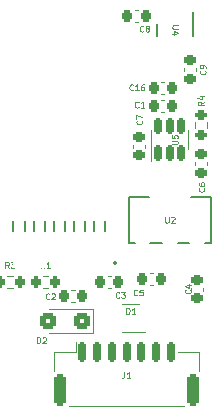
<source format=gto>
G04 #@! TF.GenerationSoftware,KiCad,Pcbnew,7.0.10*
G04 #@! TF.CreationDate,2024-08-16T14:30:36-05:00*
G04 #@! TF.ProjectId,DiffPCB,44696666-5043-4422-9e6b-696361645f70,rev?*
G04 #@! TF.SameCoordinates,Original*
G04 #@! TF.FileFunction,Legend,Top*
G04 #@! TF.FilePolarity,Positive*
%FSLAX46Y46*%
G04 Gerber Fmt 4.6, Leading zero omitted, Abs format (unit mm)*
G04 Created by KiCad (PCBNEW 7.0.10) date 2024-08-16 14:30:36*
%MOMM*%
%LPD*%
G01*
G04 APERTURE LIST*
G04 Aperture macros list*
%AMRoundRect*
0 Rectangle with rounded corners*
0 $1 Rounding radius*
0 $2 $3 $4 $5 $6 $7 $8 $9 X,Y pos of 4 corners*
0 Add a 4 corners polygon primitive as box body*
4,1,4,$2,$3,$4,$5,$6,$7,$8,$9,$2,$3,0*
0 Add four circle primitives for the rounded corners*
1,1,$1+$1,$2,$3*
1,1,$1+$1,$4,$5*
1,1,$1+$1,$6,$7*
1,1,$1+$1,$8,$9*
0 Add four rect primitives between the rounded corners*
20,1,$1+$1,$2,$3,$4,$5,0*
20,1,$1+$1,$4,$5,$6,$7,0*
20,1,$1+$1,$6,$7,$8,$9,0*
20,1,$1+$1,$8,$9,$2,$3,0*%
G04 Aperture macros list end*
%ADD10C,0.040000*%
%ADD11C,0.200000*%
%ADD12C,0.120000*%
%ADD13C,0.152400*%
%ADD14R,0.549999X0.800001*%
%ADD15RoundRect,0.225000X0.225000X0.250000X-0.225000X0.250000X-0.225000X-0.250000X0.225000X-0.250000X0*%
%ADD16RoundRect,0.225000X-0.225000X-0.250000X0.225000X-0.250000X0.225000X0.250000X-0.225000X0.250000X0*%
%ADD17RoundRect,0.150000X-0.150000X-0.700000X0.150000X-0.700000X0.150000X0.700000X-0.150000X0.700000X0*%
%ADD18RoundRect,0.250000X-0.250000X-1.100000X0.250000X-1.100000X0.250000X1.100000X-0.250000X1.100000X0*%
%ADD19RoundRect,0.225000X0.250000X-0.225000X0.250000X0.225000X-0.250000X0.225000X-0.250000X-0.225000X0*%
%ADD20RoundRect,0.200000X-0.200000X-0.275000X0.200000X-0.275000X0.200000X0.275000X-0.200000X0.275000X0*%
%ADD21RoundRect,0.250000X0.400000X0.450000X-0.400000X0.450000X-0.400000X-0.450000X0.400000X-0.450000X0*%
%ADD22RoundRect,0.225000X-0.250000X0.225000X-0.250000X-0.225000X0.250000X-0.225000X0.250000X0.225000X0*%
%ADD23R,1.016000X2.692400*%
%ADD24R,10.414000X10.464800*%
%ADD25RoundRect,0.150000X0.150000X-0.512500X0.150000X0.512500X-0.150000X0.512500X-0.150000X-0.512500X0*%
%ADD26R,0.650000X0.400000*%
%ADD27RoundRect,0.200000X-0.275000X0.200000X-0.275000X-0.200000X0.275000X-0.200000X0.275000X0.200000X0*%
%ADD28R,0.889000X1.765300*%
%ADD29R,3.149600X1.765300*%
G04 APERTURE END LIST*
D10*
X153875768Y-64804048D02*
X153471006Y-64804048D01*
X153471006Y-64804048D02*
X153423387Y-64827858D01*
X153423387Y-64827858D02*
X153399578Y-64851667D01*
X153399578Y-64851667D02*
X153375768Y-64899286D01*
X153375768Y-64899286D02*
X153375768Y-64994524D01*
X153375768Y-64994524D02*
X153399578Y-65042143D01*
X153399578Y-65042143D02*
X153423387Y-65065953D01*
X153423387Y-65065953D02*
X153471006Y-65089762D01*
X153471006Y-65089762D02*
X153875768Y-65089762D01*
X153709101Y-65542144D02*
X153375768Y-65542144D01*
X153899578Y-65423096D02*
X153542435Y-65304049D01*
X153542435Y-65304049D02*
X153542435Y-65613572D01*
X150526666Y-71701610D02*
X150502857Y-71725420D01*
X150502857Y-71725420D02*
X150431428Y-71749229D01*
X150431428Y-71749229D02*
X150383809Y-71749229D01*
X150383809Y-71749229D02*
X150312381Y-71725420D01*
X150312381Y-71725420D02*
X150264762Y-71677800D01*
X150264762Y-71677800D02*
X150240952Y-71630181D01*
X150240952Y-71630181D02*
X150217143Y-71534943D01*
X150217143Y-71534943D02*
X150217143Y-71463515D01*
X150217143Y-71463515D02*
X150240952Y-71368277D01*
X150240952Y-71368277D02*
X150264762Y-71320658D01*
X150264762Y-71320658D02*
X150312381Y-71273039D01*
X150312381Y-71273039D02*
X150383809Y-71249229D01*
X150383809Y-71249229D02*
X150431428Y-71249229D01*
X150431428Y-71249229D02*
X150502857Y-71273039D01*
X150502857Y-71273039D02*
X150526666Y-71296848D01*
X151002857Y-71749229D02*
X150717143Y-71749229D01*
X150860000Y-71749229D02*
X150860000Y-71249229D01*
X150860000Y-71249229D02*
X150812381Y-71320658D01*
X150812381Y-71320658D02*
X150764762Y-71368277D01*
X150764762Y-71368277D02*
X150717143Y-71392086D01*
X150406666Y-87611610D02*
X150382857Y-87635420D01*
X150382857Y-87635420D02*
X150311428Y-87659229D01*
X150311428Y-87659229D02*
X150263809Y-87659229D01*
X150263809Y-87659229D02*
X150192381Y-87635420D01*
X150192381Y-87635420D02*
X150144762Y-87587800D01*
X150144762Y-87587800D02*
X150120952Y-87540181D01*
X150120952Y-87540181D02*
X150097143Y-87444943D01*
X150097143Y-87444943D02*
X150097143Y-87373515D01*
X150097143Y-87373515D02*
X150120952Y-87278277D01*
X150120952Y-87278277D02*
X150144762Y-87230658D01*
X150144762Y-87230658D02*
X150192381Y-87183039D01*
X150192381Y-87183039D02*
X150263809Y-87159229D01*
X150263809Y-87159229D02*
X150311428Y-87159229D01*
X150311428Y-87159229D02*
X150382857Y-87183039D01*
X150382857Y-87183039D02*
X150406666Y-87206848D01*
X150859047Y-87159229D02*
X150620952Y-87159229D01*
X150620952Y-87159229D02*
X150597143Y-87397324D01*
X150597143Y-87397324D02*
X150620952Y-87373515D01*
X150620952Y-87373515D02*
X150668571Y-87349705D01*
X150668571Y-87349705D02*
X150787619Y-87349705D01*
X150787619Y-87349705D02*
X150835238Y-87373515D01*
X150835238Y-87373515D02*
X150859047Y-87397324D01*
X150859047Y-87397324D02*
X150882857Y-87444943D01*
X150882857Y-87444943D02*
X150882857Y-87563991D01*
X150882857Y-87563991D02*
X150859047Y-87611610D01*
X150859047Y-87611610D02*
X150835238Y-87635420D01*
X150835238Y-87635420D02*
X150787619Y-87659229D01*
X150787619Y-87659229D02*
X150668571Y-87659229D01*
X150668571Y-87659229D02*
X150620952Y-87635420D01*
X150620952Y-87635420D02*
X150597143Y-87611610D01*
X150921665Y-65281610D02*
X150897856Y-65305420D01*
X150897856Y-65305420D02*
X150826427Y-65329229D01*
X150826427Y-65329229D02*
X150778808Y-65329229D01*
X150778808Y-65329229D02*
X150707380Y-65305420D01*
X150707380Y-65305420D02*
X150659761Y-65257800D01*
X150659761Y-65257800D02*
X150635951Y-65210181D01*
X150635951Y-65210181D02*
X150612142Y-65114943D01*
X150612142Y-65114943D02*
X150612142Y-65043515D01*
X150612142Y-65043515D02*
X150635951Y-64948277D01*
X150635951Y-64948277D02*
X150659761Y-64900658D01*
X150659761Y-64900658D02*
X150707380Y-64853039D01*
X150707380Y-64853039D02*
X150778808Y-64829229D01*
X150778808Y-64829229D02*
X150826427Y-64829229D01*
X150826427Y-64829229D02*
X150897856Y-64853039D01*
X150897856Y-64853039D02*
X150921665Y-64876848D01*
X151207380Y-65043515D02*
X151159761Y-65019705D01*
X151159761Y-65019705D02*
X151135951Y-64995896D01*
X151135951Y-64995896D02*
X151112142Y-64948277D01*
X151112142Y-64948277D02*
X151112142Y-64924467D01*
X151112142Y-64924467D02*
X151135951Y-64876848D01*
X151135951Y-64876848D02*
X151159761Y-64853039D01*
X151159761Y-64853039D02*
X151207380Y-64829229D01*
X151207380Y-64829229D02*
X151302618Y-64829229D01*
X151302618Y-64829229D02*
X151350237Y-64853039D01*
X151350237Y-64853039D02*
X151374046Y-64876848D01*
X151374046Y-64876848D02*
X151397856Y-64924467D01*
X151397856Y-64924467D02*
X151397856Y-64948277D01*
X151397856Y-64948277D02*
X151374046Y-64995896D01*
X151374046Y-64995896D02*
X151350237Y-65019705D01*
X151350237Y-65019705D02*
X151302618Y-65043515D01*
X151302618Y-65043515D02*
X151207380Y-65043515D01*
X151207380Y-65043515D02*
X151159761Y-65067324D01*
X151159761Y-65067324D02*
X151135951Y-65091134D01*
X151135951Y-65091134D02*
X151112142Y-65138753D01*
X151112142Y-65138753D02*
X151112142Y-65233991D01*
X151112142Y-65233991D02*
X151135951Y-65281610D01*
X151135951Y-65281610D02*
X151159761Y-65305420D01*
X151159761Y-65305420D02*
X151207380Y-65329229D01*
X151207380Y-65329229D02*
X151302618Y-65329229D01*
X151302618Y-65329229D02*
X151350237Y-65305420D01*
X151350237Y-65305420D02*
X151374046Y-65281610D01*
X151374046Y-65281610D02*
X151397856Y-65233991D01*
X151397856Y-65233991D02*
X151397856Y-65138753D01*
X151397856Y-65138753D02*
X151374046Y-65091134D01*
X151374046Y-65091134D02*
X151350237Y-65067324D01*
X151350237Y-65067324D02*
X151302618Y-65043515D01*
X142966666Y-87941610D02*
X142942857Y-87965420D01*
X142942857Y-87965420D02*
X142871428Y-87989229D01*
X142871428Y-87989229D02*
X142823809Y-87989229D01*
X142823809Y-87989229D02*
X142752381Y-87965420D01*
X142752381Y-87965420D02*
X142704762Y-87917800D01*
X142704762Y-87917800D02*
X142680952Y-87870181D01*
X142680952Y-87870181D02*
X142657143Y-87774943D01*
X142657143Y-87774943D02*
X142657143Y-87703515D01*
X142657143Y-87703515D02*
X142680952Y-87608277D01*
X142680952Y-87608277D02*
X142704762Y-87560658D01*
X142704762Y-87560658D02*
X142752381Y-87513039D01*
X142752381Y-87513039D02*
X142823809Y-87489229D01*
X142823809Y-87489229D02*
X142871428Y-87489229D01*
X142871428Y-87489229D02*
X142942857Y-87513039D01*
X142942857Y-87513039D02*
X142966666Y-87536848D01*
X143157143Y-87536848D02*
X143180952Y-87513039D01*
X143180952Y-87513039D02*
X143228571Y-87489229D01*
X143228571Y-87489229D02*
X143347619Y-87489229D01*
X143347619Y-87489229D02*
X143395238Y-87513039D01*
X143395238Y-87513039D02*
X143419047Y-87536848D01*
X143419047Y-87536848D02*
X143442857Y-87584467D01*
X143442857Y-87584467D02*
X143442857Y-87632086D01*
X143442857Y-87632086D02*
X143419047Y-87703515D01*
X143419047Y-87703515D02*
X143133333Y-87989229D01*
X143133333Y-87989229D02*
X143442857Y-87989229D01*
X149318333Y-94149229D02*
X149318333Y-94506372D01*
X149318333Y-94506372D02*
X149294524Y-94577800D01*
X149294524Y-94577800D02*
X149246905Y-94625420D01*
X149246905Y-94625420D02*
X149175476Y-94649229D01*
X149175476Y-94649229D02*
X149127857Y-94649229D01*
X149818333Y-94649229D02*
X149532619Y-94649229D01*
X149675476Y-94649229D02*
X149675476Y-94149229D01*
X149675476Y-94149229D02*
X149627857Y-94220658D01*
X149627857Y-94220658D02*
X149580238Y-94268277D01*
X149580238Y-94268277D02*
X149532619Y-94292086D01*
X150786610Y-72873333D02*
X150810420Y-72897142D01*
X150810420Y-72897142D02*
X150834229Y-72968571D01*
X150834229Y-72968571D02*
X150834229Y-73016190D01*
X150834229Y-73016190D02*
X150810420Y-73087618D01*
X150810420Y-73087618D02*
X150762800Y-73135237D01*
X150762800Y-73135237D02*
X150715181Y-73159047D01*
X150715181Y-73159047D02*
X150619943Y-73182856D01*
X150619943Y-73182856D02*
X150548515Y-73182856D01*
X150548515Y-73182856D02*
X150453277Y-73159047D01*
X150453277Y-73159047D02*
X150405658Y-73135237D01*
X150405658Y-73135237D02*
X150358039Y-73087618D01*
X150358039Y-73087618D02*
X150334229Y-73016190D01*
X150334229Y-73016190D02*
X150334229Y-72968571D01*
X150334229Y-72968571D02*
X150358039Y-72897142D01*
X150358039Y-72897142D02*
X150381848Y-72873333D01*
X150334229Y-72706666D02*
X150334229Y-72373333D01*
X150334229Y-72373333D02*
X150834229Y-72587618D01*
X139536666Y-85339229D02*
X139370000Y-85101134D01*
X139250952Y-85339229D02*
X139250952Y-84839229D01*
X139250952Y-84839229D02*
X139441428Y-84839229D01*
X139441428Y-84839229D02*
X139489047Y-84863039D01*
X139489047Y-84863039D02*
X139512857Y-84886848D01*
X139512857Y-84886848D02*
X139536666Y-84934467D01*
X139536666Y-84934467D02*
X139536666Y-85005896D01*
X139536666Y-85005896D02*
X139512857Y-85053515D01*
X139512857Y-85053515D02*
X139489047Y-85077324D01*
X139489047Y-85077324D02*
X139441428Y-85101134D01*
X139441428Y-85101134D02*
X139250952Y-85101134D01*
X139703333Y-84839229D02*
X140012857Y-84839229D01*
X140012857Y-84839229D02*
X139846190Y-85029705D01*
X139846190Y-85029705D02*
X139917619Y-85029705D01*
X139917619Y-85029705D02*
X139965238Y-85053515D01*
X139965238Y-85053515D02*
X139989047Y-85077324D01*
X139989047Y-85077324D02*
X140012857Y-85124943D01*
X140012857Y-85124943D02*
X140012857Y-85243991D01*
X140012857Y-85243991D02*
X139989047Y-85291610D01*
X139989047Y-85291610D02*
X139965238Y-85315420D01*
X139965238Y-85315420D02*
X139917619Y-85339229D01*
X139917619Y-85339229D02*
X139774762Y-85339229D01*
X139774762Y-85339229D02*
X139727143Y-85315420D01*
X139727143Y-85315420D02*
X139703333Y-85291610D01*
X142556666Y-85329229D02*
X142390000Y-85091134D01*
X142270952Y-85329229D02*
X142270952Y-84829229D01*
X142270952Y-84829229D02*
X142461428Y-84829229D01*
X142461428Y-84829229D02*
X142509047Y-84853039D01*
X142509047Y-84853039D02*
X142532857Y-84876848D01*
X142532857Y-84876848D02*
X142556666Y-84924467D01*
X142556666Y-84924467D02*
X142556666Y-84995896D01*
X142556666Y-84995896D02*
X142532857Y-85043515D01*
X142532857Y-85043515D02*
X142509047Y-85067324D01*
X142509047Y-85067324D02*
X142461428Y-85091134D01*
X142461428Y-85091134D02*
X142270952Y-85091134D01*
X143032857Y-85329229D02*
X142747143Y-85329229D01*
X142890000Y-85329229D02*
X142890000Y-84829229D01*
X142890000Y-84829229D02*
X142842381Y-84900658D01*
X142842381Y-84900658D02*
X142794762Y-84948277D01*
X142794762Y-84948277D02*
X142747143Y-84972086D01*
X141915952Y-91689229D02*
X141915952Y-91189229D01*
X141915952Y-91189229D02*
X142035000Y-91189229D01*
X142035000Y-91189229D02*
X142106428Y-91213039D01*
X142106428Y-91213039D02*
X142154047Y-91260658D01*
X142154047Y-91260658D02*
X142177857Y-91308277D01*
X142177857Y-91308277D02*
X142201666Y-91403515D01*
X142201666Y-91403515D02*
X142201666Y-91474943D01*
X142201666Y-91474943D02*
X142177857Y-91570181D01*
X142177857Y-91570181D02*
X142154047Y-91617800D01*
X142154047Y-91617800D02*
X142106428Y-91665420D01*
X142106428Y-91665420D02*
X142035000Y-91689229D01*
X142035000Y-91689229D02*
X141915952Y-91689229D01*
X142392143Y-91236848D02*
X142415952Y-91213039D01*
X142415952Y-91213039D02*
X142463571Y-91189229D01*
X142463571Y-91189229D02*
X142582619Y-91189229D01*
X142582619Y-91189229D02*
X142630238Y-91213039D01*
X142630238Y-91213039D02*
X142654047Y-91236848D01*
X142654047Y-91236848D02*
X142677857Y-91284467D01*
X142677857Y-91284467D02*
X142677857Y-91332086D01*
X142677857Y-91332086D02*
X142654047Y-91403515D01*
X142654047Y-91403515D02*
X142368333Y-91689229D01*
X142368333Y-91689229D02*
X142677857Y-91689229D01*
X156056610Y-78573333D02*
X156080420Y-78597142D01*
X156080420Y-78597142D02*
X156104229Y-78668571D01*
X156104229Y-78668571D02*
X156104229Y-78716190D01*
X156104229Y-78716190D02*
X156080420Y-78787618D01*
X156080420Y-78787618D02*
X156032800Y-78835237D01*
X156032800Y-78835237D02*
X155985181Y-78859047D01*
X155985181Y-78859047D02*
X155889943Y-78882856D01*
X155889943Y-78882856D02*
X155818515Y-78882856D01*
X155818515Y-78882856D02*
X155723277Y-78859047D01*
X155723277Y-78859047D02*
X155675658Y-78835237D01*
X155675658Y-78835237D02*
X155628039Y-78787618D01*
X155628039Y-78787618D02*
X155604229Y-78716190D01*
X155604229Y-78716190D02*
X155604229Y-78668571D01*
X155604229Y-78668571D02*
X155628039Y-78597142D01*
X155628039Y-78597142D02*
X155651848Y-78573333D01*
X155604229Y-78144761D02*
X155604229Y-78239999D01*
X155604229Y-78239999D02*
X155628039Y-78287618D01*
X155628039Y-78287618D02*
X155651848Y-78311428D01*
X155651848Y-78311428D02*
X155723277Y-78359047D01*
X155723277Y-78359047D02*
X155818515Y-78382856D01*
X155818515Y-78382856D02*
X156008991Y-78382856D01*
X156008991Y-78382856D02*
X156056610Y-78359047D01*
X156056610Y-78359047D02*
X156080420Y-78335237D01*
X156080420Y-78335237D02*
X156104229Y-78287618D01*
X156104229Y-78287618D02*
X156104229Y-78192380D01*
X156104229Y-78192380D02*
X156080420Y-78144761D01*
X156080420Y-78144761D02*
X156056610Y-78120952D01*
X156056610Y-78120952D02*
X156008991Y-78097142D01*
X156008991Y-78097142D02*
X155889943Y-78097142D01*
X155889943Y-78097142D02*
X155842324Y-78120952D01*
X155842324Y-78120952D02*
X155818515Y-78144761D01*
X155818515Y-78144761D02*
X155794705Y-78192380D01*
X155794705Y-78192380D02*
X155794705Y-78287618D01*
X155794705Y-78287618D02*
X155818515Y-78335237D01*
X155818515Y-78335237D02*
X155842324Y-78359047D01*
X155842324Y-78359047D02*
X155889943Y-78382856D01*
X154916610Y-87178333D02*
X154940420Y-87202142D01*
X154940420Y-87202142D02*
X154964229Y-87273571D01*
X154964229Y-87273571D02*
X154964229Y-87321190D01*
X154964229Y-87321190D02*
X154940420Y-87392618D01*
X154940420Y-87392618D02*
X154892800Y-87440237D01*
X154892800Y-87440237D02*
X154845181Y-87464047D01*
X154845181Y-87464047D02*
X154749943Y-87487856D01*
X154749943Y-87487856D02*
X154678515Y-87487856D01*
X154678515Y-87487856D02*
X154583277Y-87464047D01*
X154583277Y-87464047D02*
X154535658Y-87440237D01*
X154535658Y-87440237D02*
X154488039Y-87392618D01*
X154488039Y-87392618D02*
X154464229Y-87321190D01*
X154464229Y-87321190D02*
X154464229Y-87273571D01*
X154464229Y-87273571D02*
X154488039Y-87202142D01*
X154488039Y-87202142D02*
X154511848Y-87178333D01*
X154630896Y-86749761D02*
X154964229Y-86749761D01*
X154440420Y-86868809D02*
X154797562Y-86987856D01*
X154797562Y-86987856D02*
X154797562Y-86678333D01*
X150058571Y-70241610D02*
X150034762Y-70265420D01*
X150034762Y-70265420D02*
X149963333Y-70289229D01*
X149963333Y-70289229D02*
X149915714Y-70289229D01*
X149915714Y-70289229D02*
X149844286Y-70265420D01*
X149844286Y-70265420D02*
X149796667Y-70217800D01*
X149796667Y-70217800D02*
X149772857Y-70170181D01*
X149772857Y-70170181D02*
X149749048Y-70074943D01*
X149749048Y-70074943D02*
X149749048Y-70003515D01*
X149749048Y-70003515D02*
X149772857Y-69908277D01*
X149772857Y-69908277D02*
X149796667Y-69860658D01*
X149796667Y-69860658D02*
X149844286Y-69813039D01*
X149844286Y-69813039D02*
X149915714Y-69789229D01*
X149915714Y-69789229D02*
X149963333Y-69789229D01*
X149963333Y-69789229D02*
X150034762Y-69813039D01*
X150034762Y-69813039D02*
X150058571Y-69836848D01*
X150534762Y-70289229D02*
X150249048Y-70289229D01*
X150391905Y-70289229D02*
X150391905Y-69789229D01*
X150391905Y-69789229D02*
X150344286Y-69860658D01*
X150344286Y-69860658D02*
X150296667Y-69908277D01*
X150296667Y-69908277D02*
X150249048Y-69932086D01*
X150963333Y-69789229D02*
X150868095Y-69789229D01*
X150868095Y-69789229D02*
X150820476Y-69813039D01*
X150820476Y-69813039D02*
X150796666Y-69836848D01*
X150796666Y-69836848D02*
X150749047Y-69908277D01*
X150749047Y-69908277D02*
X150725238Y-70003515D01*
X150725238Y-70003515D02*
X150725238Y-70193991D01*
X150725238Y-70193991D02*
X150749047Y-70241610D01*
X150749047Y-70241610D02*
X150772857Y-70265420D01*
X150772857Y-70265420D02*
X150820476Y-70289229D01*
X150820476Y-70289229D02*
X150915714Y-70289229D01*
X150915714Y-70289229D02*
X150963333Y-70265420D01*
X150963333Y-70265420D02*
X150987142Y-70241610D01*
X150987142Y-70241610D02*
X151010952Y-70193991D01*
X151010952Y-70193991D02*
X151010952Y-70074943D01*
X151010952Y-70074943D02*
X150987142Y-70027324D01*
X150987142Y-70027324D02*
X150963333Y-70003515D01*
X150963333Y-70003515D02*
X150915714Y-69979705D01*
X150915714Y-69979705D02*
X150820476Y-69979705D01*
X150820476Y-69979705D02*
X150772857Y-70003515D01*
X150772857Y-70003515D02*
X150749047Y-70027324D01*
X150749047Y-70027324D02*
X150725238Y-70074943D01*
X148891666Y-87821610D02*
X148867857Y-87845420D01*
X148867857Y-87845420D02*
X148796428Y-87869229D01*
X148796428Y-87869229D02*
X148748809Y-87869229D01*
X148748809Y-87869229D02*
X148677381Y-87845420D01*
X148677381Y-87845420D02*
X148629762Y-87797800D01*
X148629762Y-87797800D02*
X148605952Y-87750181D01*
X148605952Y-87750181D02*
X148582143Y-87654943D01*
X148582143Y-87654943D02*
X148582143Y-87583515D01*
X148582143Y-87583515D02*
X148605952Y-87488277D01*
X148605952Y-87488277D02*
X148629762Y-87440658D01*
X148629762Y-87440658D02*
X148677381Y-87393039D01*
X148677381Y-87393039D02*
X148748809Y-87369229D01*
X148748809Y-87369229D02*
X148796428Y-87369229D01*
X148796428Y-87369229D02*
X148867857Y-87393039D01*
X148867857Y-87393039D02*
X148891666Y-87416848D01*
X149058333Y-87369229D02*
X149367857Y-87369229D01*
X149367857Y-87369229D02*
X149201190Y-87559705D01*
X149201190Y-87559705D02*
X149272619Y-87559705D01*
X149272619Y-87559705D02*
X149320238Y-87583515D01*
X149320238Y-87583515D02*
X149344047Y-87607324D01*
X149344047Y-87607324D02*
X149367857Y-87654943D01*
X149367857Y-87654943D02*
X149367857Y-87773991D01*
X149367857Y-87773991D02*
X149344047Y-87821610D01*
X149344047Y-87821610D02*
X149320238Y-87845420D01*
X149320238Y-87845420D02*
X149272619Y-87869229D01*
X149272619Y-87869229D02*
X149129762Y-87869229D01*
X149129762Y-87869229D02*
X149082143Y-87845420D01*
X149082143Y-87845420D02*
X149058333Y-87821610D01*
X143440447Y-75388829D02*
X143440447Y-75793591D01*
X143440447Y-75793591D02*
X143464257Y-75841210D01*
X143464257Y-75841210D02*
X143488066Y-75865020D01*
X143488066Y-75865020D02*
X143535685Y-75888829D01*
X143535685Y-75888829D02*
X143630923Y-75888829D01*
X143630923Y-75888829D02*
X143678542Y-75865020D01*
X143678542Y-75865020D02*
X143702352Y-75841210D01*
X143702352Y-75841210D02*
X143726161Y-75793591D01*
X143726161Y-75793591D02*
X143726161Y-75388829D01*
X143916638Y-75388829D02*
X144226162Y-75388829D01*
X144226162Y-75388829D02*
X144059495Y-75579305D01*
X144059495Y-75579305D02*
X144130924Y-75579305D01*
X144130924Y-75579305D02*
X144178543Y-75603115D01*
X144178543Y-75603115D02*
X144202352Y-75626924D01*
X144202352Y-75626924D02*
X144226162Y-75674543D01*
X144226162Y-75674543D02*
X144226162Y-75793591D01*
X144226162Y-75793591D02*
X144202352Y-75841210D01*
X144202352Y-75841210D02*
X144178543Y-75865020D01*
X144178543Y-75865020D02*
X144130924Y-75888829D01*
X144130924Y-75888829D02*
X143988067Y-75888829D01*
X143988067Y-75888829D02*
X143940448Y-75865020D01*
X143940448Y-75865020D02*
X143916638Y-75841210D01*
X153334229Y-74863452D02*
X153738991Y-74863452D01*
X153738991Y-74863452D02*
X153786610Y-74839642D01*
X153786610Y-74839642D02*
X153810420Y-74815833D01*
X153810420Y-74815833D02*
X153834229Y-74768214D01*
X153834229Y-74768214D02*
X153834229Y-74672976D01*
X153834229Y-74672976D02*
X153810420Y-74625357D01*
X153810420Y-74625357D02*
X153786610Y-74601547D01*
X153786610Y-74601547D02*
X153738991Y-74577738D01*
X153738991Y-74577738D02*
X153334229Y-74577738D01*
X153334229Y-74101547D02*
X153334229Y-74339642D01*
X153334229Y-74339642D02*
X153572324Y-74363451D01*
X153572324Y-74363451D02*
X153548515Y-74339642D01*
X153548515Y-74339642D02*
X153524705Y-74292023D01*
X153524705Y-74292023D02*
X153524705Y-74172975D01*
X153524705Y-74172975D02*
X153548515Y-74125356D01*
X153548515Y-74125356D02*
X153572324Y-74101547D01*
X153572324Y-74101547D02*
X153619943Y-74077737D01*
X153619943Y-74077737D02*
X153738991Y-74077737D01*
X153738991Y-74077737D02*
X153786610Y-74101547D01*
X153786610Y-74101547D02*
X153810420Y-74125356D01*
X153810420Y-74125356D02*
X153834229Y-74172975D01*
X153834229Y-74172975D02*
X153834229Y-74292023D01*
X153834229Y-74292023D02*
X153810420Y-74339642D01*
X153810420Y-74339642D02*
X153786610Y-74363451D01*
X156156610Y-68623333D02*
X156180420Y-68647142D01*
X156180420Y-68647142D02*
X156204229Y-68718571D01*
X156204229Y-68718571D02*
X156204229Y-68766190D01*
X156204229Y-68766190D02*
X156180420Y-68837618D01*
X156180420Y-68837618D02*
X156132800Y-68885237D01*
X156132800Y-68885237D02*
X156085181Y-68909047D01*
X156085181Y-68909047D02*
X155989943Y-68932856D01*
X155989943Y-68932856D02*
X155918515Y-68932856D01*
X155918515Y-68932856D02*
X155823277Y-68909047D01*
X155823277Y-68909047D02*
X155775658Y-68885237D01*
X155775658Y-68885237D02*
X155728039Y-68837618D01*
X155728039Y-68837618D02*
X155704229Y-68766190D01*
X155704229Y-68766190D02*
X155704229Y-68718571D01*
X155704229Y-68718571D02*
X155728039Y-68647142D01*
X155728039Y-68647142D02*
X155751848Y-68623333D01*
X156204229Y-68385237D02*
X156204229Y-68289999D01*
X156204229Y-68289999D02*
X156180420Y-68242380D01*
X156180420Y-68242380D02*
X156156610Y-68218571D01*
X156156610Y-68218571D02*
X156085181Y-68170952D01*
X156085181Y-68170952D02*
X155989943Y-68147142D01*
X155989943Y-68147142D02*
X155799467Y-68147142D01*
X155799467Y-68147142D02*
X155751848Y-68170952D01*
X155751848Y-68170952D02*
X155728039Y-68194761D01*
X155728039Y-68194761D02*
X155704229Y-68242380D01*
X155704229Y-68242380D02*
X155704229Y-68337618D01*
X155704229Y-68337618D02*
X155728039Y-68385237D01*
X155728039Y-68385237D02*
X155751848Y-68409047D01*
X155751848Y-68409047D02*
X155799467Y-68432856D01*
X155799467Y-68432856D02*
X155918515Y-68432856D01*
X155918515Y-68432856D02*
X155966134Y-68409047D01*
X155966134Y-68409047D02*
X155989943Y-68385237D01*
X155989943Y-68385237D02*
X156013753Y-68337618D01*
X156013753Y-68337618D02*
X156013753Y-68242380D01*
X156013753Y-68242380D02*
X155989943Y-68194761D01*
X155989943Y-68194761D02*
X155966134Y-68170952D01*
X155966134Y-68170952D02*
X155918515Y-68147142D01*
X149485952Y-89219229D02*
X149485952Y-88719229D01*
X149485952Y-88719229D02*
X149605000Y-88719229D01*
X149605000Y-88719229D02*
X149676428Y-88743039D01*
X149676428Y-88743039D02*
X149724047Y-88790658D01*
X149724047Y-88790658D02*
X149747857Y-88838277D01*
X149747857Y-88838277D02*
X149771666Y-88933515D01*
X149771666Y-88933515D02*
X149771666Y-89004943D01*
X149771666Y-89004943D02*
X149747857Y-89100181D01*
X149747857Y-89100181D02*
X149724047Y-89147800D01*
X149724047Y-89147800D02*
X149676428Y-89195420D01*
X149676428Y-89195420D02*
X149605000Y-89219229D01*
X149605000Y-89219229D02*
X149485952Y-89219229D01*
X150247857Y-89219229D02*
X149962143Y-89219229D01*
X150105000Y-89219229D02*
X150105000Y-88719229D01*
X150105000Y-88719229D02*
X150057381Y-88790658D01*
X150057381Y-88790658D02*
X150009762Y-88838277D01*
X150009762Y-88838277D02*
X149962143Y-88862086D01*
X156034229Y-71243333D02*
X155796134Y-71409999D01*
X156034229Y-71529047D02*
X155534229Y-71529047D01*
X155534229Y-71529047D02*
X155534229Y-71338571D01*
X155534229Y-71338571D02*
X155558039Y-71290952D01*
X155558039Y-71290952D02*
X155581848Y-71267142D01*
X155581848Y-71267142D02*
X155629467Y-71243333D01*
X155629467Y-71243333D02*
X155700896Y-71243333D01*
X155700896Y-71243333D02*
X155748515Y-71267142D01*
X155748515Y-71267142D02*
X155772324Y-71290952D01*
X155772324Y-71290952D02*
X155796134Y-71338571D01*
X155796134Y-71338571D02*
X155796134Y-71529047D01*
X155700896Y-70814761D02*
X156034229Y-70814761D01*
X155510420Y-70933809D02*
X155867562Y-71052856D01*
X155867562Y-71052856D02*
X155867562Y-70743333D01*
X152784047Y-81007079D02*
X152784047Y-81411841D01*
X152784047Y-81411841D02*
X152807857Y-81459460D01*
X152807857Y-81459460D02*
X152831666Y-81483270D01*
X152831666Y-81483270D02*
X152879285Y-81507079D01*
X152879285Y-81507079D02*
X152974523Y-81507079D01*
X152974523Y-81507079D02*
X153022142Y-81483270D01*
X153022142Y-81483270D02*
X153045952Y-81459460D01*
X153045952Y-81459460D02*
X153069761Y-81411841D01*
X153069761Y-81411841D02*
X153069761Y-81007079D01*
X153284048Y-81054698D02*
X153307857Y-81030889D01*
X153307857Y-81030889D02*
X153355476Y-81007079D01*
X153355476Y-81007079D02*
X153474524Y-81007079D01*
X153474524Y-81007079D02*
X153522143Y-81030889D01*
X153522143Y-81030889D02*
X153545952Y-81054698D01*
X153545952Y-81054698D02*
X153569762Y-81102317D01*
X153569762Y-81102317D02*
X153569762Y-81149936D01*
X153569762Y-81149936D02*
X153545952Y-81221365D01*
X153545952Y-81221365D02*
X153260238Y-81507079D01*
X153260238Y-81507079D02*
X153569762Y-81507079D01*
D11*
X155129999Y-63635002D02*
X155129999Y-65735000D01*
X152079997Y-64660001D02*
X152079997Y-65735000D01*
D12*
X152720580Y-72110000D02*
X152439420Y-72110000D01*
X152720580Y-71090000D02*
X152439420Y-71090000D01*
X151474420Y-85780000D02*
X151755580Y-85780000D01*
X151474420Y-86800000D02*
X151755580Y-86800000D01*
X150495579Y-64540000D02*
X150214419Y-64540000D01*
X150495579Y-63520000D02*
X150214419Y-63520000D01*
X145115580Y-88240000D02*
X144834420Y-88240000D01*
X145115580Y-87220000D02*
X144834420Y-87220000D01*
X143355000Y-92430000D02*
X145205000Y-92430000D01*
X143355000Y-94080000D02*
X143355000Y-92430000D01*
X144675000Y-97050000D02*
X154355000Y-97050000D01*
X145205000Y-92430000D02*
X145205000Y-91640000D01*
X155675000Y-92430000D02*
X153825000Y-92430000D01*
X155675000Y-94080000D02*
X155675000Y-92430000D01*
X150075000Y-75170580D02*
X150075000Y-74889420D01*
X151095000Y-75170580D02*
X151095000Y-74889420D01*
X139382742Y-86017500D02*
X139857258Y-86017500D01*
X139382742Y-87062500D02*
X139857258Y-87062500D01*
X142402742Y-86007500D02*
X142877258Y-86007500D01*
X142402742Y-87052500D02*
X142877258Y-87052500D01*
X146662500Y-90820000D02*
X146662500Y-88800000D01*
X146662500Y-90820000D02*
X142902500Y-90820000D01*
X146662500Y-88800000D02*
X142902500Y-88800000D01*
X156335000Y-76349420D02*
X156335000Y-76630580D01*
X155315000Y-76349420D02*
X155315000Y-76630580D01*
X156015000Y-86994420D02*
X156015000Y-87275580D01*
X154995000Y-86994420D02*
X154995000Y-87275580D01*
X152720580Y-70580000D02*
X152439420Y-70580000D01*
X152720580Y-69560000D02*
X152439420Y-69560000D01*
X147904420Y-85990000D02*
X148185580Y-85990000D01*
X147904420Y-87010000D02*
X148185580Y-87010000D01*
D13*
X139935200Y-81349200D02*
X139935200Y-82238200D01*
X140900400Y-81349200D02*
X140900400Y-82238200D01*
X141637000Y-81349200D02*
X141637000Y-82238200D01*
X142602200Y-81349200D02*
X142602200Y-82238200D01*
X143338800Y-81349200D02*
X143338800Y-82238200D01*
X144304000Y-81349200D02*
X144304000Y-82238200D01*
X145040600Y-81349200D02*
X145040600Y-82238200D01*
X146005800Y-81349200D02*
X146005800Y-82238200D01*
X146742400Y-81349200D02*
X146742400Y-82238200D01*
X147707600Y-81349200D02*
X147707600Y-82238200D01*
D12*
X151595000Y-74462500D02*
X151595000Y-76262500D01*
X151595000Y-74462500D02*
X151595000Y-73662500D01*
X154715000Y-74462500D02*
X154715000Y-75262500D01*
X154715000Y-74462500D02*
X154715000Y-73662500D01*
X155395000Y-68399420D02*
X155395000Y-68680580D01*
X154375000Y-68399420D02*
X154375000Y-68680580D01*
X150555000Y-88420000D02*
X149155000Y-88420000D01*
X149155000Y-90740000D02*
X151055000Y-90740000D01*
X156317500Y-73002742D02*
X156317500Y-73477258D01*
X155272500Y-73002742D02*
X155272500Y-73477258D01*
D13*
X149685200Y-79296650D02*
X149685200Y-83259050D01*
X149685200Y-83259050D02*
X150194158Y-83259050D01*
X151375258Y-79296650D02*
X149685200Y-79296650D01*
X151513042Y-83259050D02*
X152505558Y-83259050D01*
X153824442Y-83259050D02*
X154816958Y-83259050D01*
X156135842Y-83259050D02*
X156644800Y-83259050D01*
X156644800Y-79296650D02*
X154954742Y-79296650D01*
X156644800Y-83259050D02*
X156644800Y-79296650D01*
X148669200Y-84922750D02*
G75*
G03*
X148415200Y-84922750I-127000J0D01*
G01*
X148415200Y-84922750D02*
G75*
G03*
X148669200Y-84922750I127000J0D01*
G01*
%LPC*%
D14*
X154554999Y-63910000D03*
X153604998Y-63910000D03*
X152655000Y-63910000D03*
X152655000Y-66460000D03*
X153604998Y-66460000D03*
X154554999Y-66460000D03*
D15*
X153355000Y-71600000D03*
X151805000Y-71600000D03*
D16*
X150840000Y-86290000D03*
X152390000Y-86290000D03*
D15*
X151129999Y-64030000D03*
X149579999Y-64030000D03*
X145750000Y-87730000D03*
X144200000Y-87730000D03*
D17*
X145765000Y-92490000D03*
X147015000Y-92490000D03*
X148265000Y-92490000D03*
X149515000Y-92490000D03*
X150765000Y-92490000D03*
X152015000Y-92490000D03*
X153265000Y-92490000D03*
D18*
X143915000Y-95690000D03*
X155115000Y-95690000D03*
D19*
X150585000Y-75805000D03*
X150585000Y-74255000D03*
D20*
X138795000Y-86540000D03*
X140445000Y-86540000D03*
X141815000Y-86530000D03*
X143465000Y-86530000D03*
D21*
X145752500Y-89810000D03*
X142852500Y-89810000D03*
D22*
X155825000Y-75715000D03*
X155825000Y-77265000D03*
X155505000Y-86360000D03*
X155505000Y-87910000D03*
D15*
X153355000Y-70070000D03*
X151805000Y-70070000D03*
D16*
X147270000Y-86500000D03*
X148820000Y-86500000D03*
D23*
X140417800Y-83940000D03*
X142119600Y-83940000D03*
X143821400Y-83940000D03*
X145523200Y-83940000D03*
X147225000Y-83940000D03*
D24*
X143821400Y-75507200D03*
D25*
X152205000Y-75600000D03*
X153155000Y-75600000D03*
X154105000Y-75600000D03*
X154105000Y-73325000D03*
X153155000Y-73325000D03*
X152205000Y-73325000D03*
D22*
X154885000Y-67765000D03*
X154885000Y-69315000D03*
D26*
X150805000Y-90230000D03*
X150805000Y-89580000D03*
X150805000Y-88930000D03*
X148905000Y-88930000D03*
X148905000Y-90230000D03*
D27*
X155795000Y-72415000D03*
X155795000Y-74065000D03*
D28*
X150853600Y-84395700D03*
X153165000Y-84395700D03*
X155476400Y-84395700D03*
D29*
X153165000Y-78160000D03*
%LPD*%
M02*

</source>
